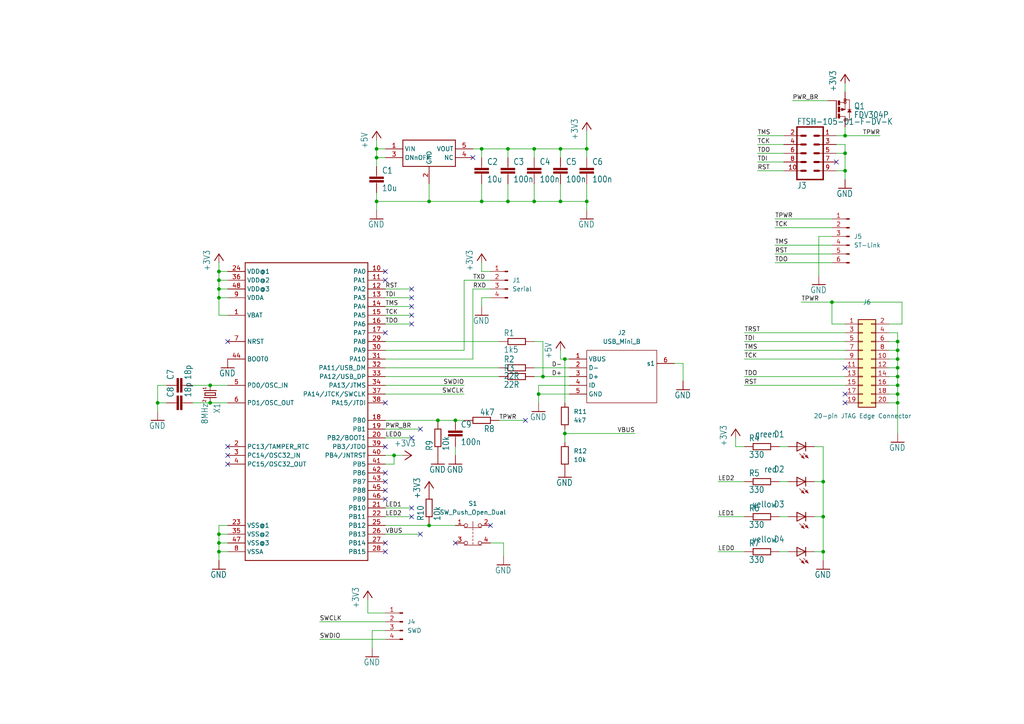
<source format=kicad_sch>
(kicad_sch (version 20211123) (generator eeschema)
  (paper "A4")
  (lib_symbols
    (symbol "BMP2:USB_Mini_B"
      (property "Reference" "J" (at 0 8.89 0))
      (property "Value" "USB_Mini_B" (at 0 -10.16 0))
      (symbol "USB_Mini_B_1_0"
        (pin unspecified line (at 15.24 5.08 180) (length 5.08) (name "VBUS") (number "1"))
        (pin unspecified line (at 15.24 2.54 180) (length 5.08) (name "D-") (number "2"))
        (pin unspecified line (at 15.24 0 180) (length 5.08) (name "D+") (number "3"))
        (pin unspecified line (at 15.24 -2.54 180) (length 5.08) (name "ID") (number "4"))
        (pin unspecified line (at 15.24 -5.08 180) (length 5.08) (name "GND") (number "5"))
        (pin unspecified line (at -15.24 3.81 0) (length 5.08) (name "s1") (number "6"))
      )
    )
    (symbol "Connector:Conn_01x04_Male" (pin_names (offset 1.016) hide)
      (property "Reference" "J" (at 0 5.08 0))
      (property "Value" "Conn_01x04_Male" (at 0 -7.62 0))
      (symbol "Conn_01x04_Male_1_1"
        (pin passive line (at 5.08 2.54 180) (length 3.81) (name "Pin_1") (number "1"))
        (pin passive line (at 5.08 0 180) (length 3.81) (name "Pin_2") (number "2"))
        (pin passive line (at 5.08 -2.54 180) (length 3.81) (name "Pin_3") (number "3"))
        (pin passive line (at 5.08 -5.08 180) (length 3.81) (name "Pin_4") (number "4"))
      )
    )
    (symbol "Connector:Conn_01x06_Male" (pin_names (offset 1.016) hide)
      (property "Reference" "J" (at 0 7.62 0))
      (property "Value" "Conn_01x06_Male" (at 0 -10.16 0))
      (symbol "Conn_01x06_Male_1_1"
        (pin passive line (at 5.08 5.08 180) (length 3.81) (name "Pin_1") (number "1"))
        (pin passive line (at 5.08 2.54 180) (length 3.81) (name "Pin_2") (number "2"))
        (pin passive line (at 5.08 0 180) (length 3.81) (name "Pin_3") (number "3"))
        (pin passive line (at 5.08 -2.54 180) (length 3.81) (name "Pin_4") (number "4"))
        (pin passive line (at 5.08 -5.08 180) (length 3.81) (name "Pin_5") (number "5"))
        (pin passive line (at 5.08 -7.62 180) (length 3.81) (name "Pin_6") (number "6"))
      )
    )
    (symbol "Connector_Generic:Conn_02x10_Odd_Even" (pin_names (offset 1.016) hide)
      (property "Reference" "J" (at 1.27 12.7 0))
      (property "Value" "Conn_02x10_Odd_Even" (at 1.27 -15.24 0))
      (symbol "Conn_02x10_Odd_Even_1_1"
        (pin passive line (at -5.08 10.16 0) (length 3.81) (name "Pin_1") (number "1"))
        (pin passive line (at 7.62 0 180) (length 3.81) (name "Pin_10") (number "10"))
        (pin passive line (at -5.08 -2.54 0) (length 3.81) (name "Pin_11") (number "11"))
        (pin passive line (at 7.62 -2.54 180) (length 3.81) (name "Pin_12") (number "12"))
        (pin passive line (at -5.08 -5.08 0) (length 3.81) (name "Pin_13") (number "13"))
        (pin passive line (at 7.62 -5.08 180) (length 3.81) (name "Pin_14") (number "14"))
        (pin passive line (at -5.08 -7.62 0) (length 3.81) (name "Pin_15") (number "15"))
        (pin passive line (at 7.62 -7.62 180) (length 3.81) (name "Pin_16") (number "16"))
        (pin passive line (at -5.08 -10.16 0) (length 3.81) (name "Pin_17") (number "17"))
        (pin passive line (at 7.62 -10.16 180) (length 3.81) (name "Pin_18") (number "18"))
        (pin passive line (at -5.08 -12.7 0) (length 3.81) (name "Pin_19") (number "19"))
        (pin passive line (at 7.62 10.16 180) (length 3.81) (name "Pin_2") (number "2"))
        (pin passive line (at 7.62 -12.7 180) (length 3.81) (name "Pin_20") (number "20"))
        (pin passive line (at -5.08 7.62 0) (length 3.81) (name "Pin_3") (number "3"))
        (pin passive line (at 7.62 7.62 180) (length 3.81) (name "Pin_4") (number "4"))
        (pin passive line (at -5.08 5.08 0) (length 3.81) (name "Pin_5") (number "5"))
        (pin passive line (at 7.62 5.08 180) (length 3.81) (name "Pin_6") (number "6"))
        (pin passive line (at -5.08 2.54 0) (length 3.81) (name "Pin_7") (number "7"))
        (pin passive line (at 7.62 2.54 180) (length 3.81) (name "Pin_8") (number "8"))
        (pin passive line (at -5.08 0 0) (length 3.81) (name "Pin_9") (number "9"))
      )
    )
    (symbol "Device:R" (pin_numbers hide) (pin_names (offset 0))
      (property "Reference" "R" (at 2.032 0 90))
      (property "Value" "R" (at 0 0 90))
      (symbol "R_1_1"
        (pin passive line (at 0 3.81 270) (length 1.27) (name "~") (number "1"))
        (pin passive line (at 0 -3.81 90) (length 1.27) (name "~") (number "2"))
      )
    )
    (symbol "LEDCHIPLED_0603_1"
      (property "Reference" "D1" (at 4.572 3.556 90))
      (property "Value" "LEDCHIPLED_0603_1" (at 4.572 5.715 90))
      (symbol "LEDCHIPLED_0603_1_1_0"
        (pin passive line (at 0 2.54 270) (length 2.54) (name "A") (number "1"))
        (pin passive line (at 0 -5.08 90) (length 2.54) (name "C") (number "2"))
      )
    )
    (symbol "LEDCHIPLED_0603_2"
      (property "Reference" "D2" (at 4.572 3.556 90))
      (property "Value" "LEDCHIPLED_0603_2" (at 4.572 5.715 90))
      (symbol "LEDCHIPLED_0603_2_1_0"
        (pin passive line (at 0 2.54 270) (length 2.54) (name "A") (number "1"))
        (pin passive line (at 0 -5.08 90) (length 2.54) (name "C") (number "2"))
      )
    )
    (symbol "LEDCHIPLED_0603_3"
      (property "Reference" "D3" (at 4.572 3.556 90))
      (property "Value" "LEDCHIPLED_0603_3" (at 4.572 5.715 90))
      (symbol "LEDCHIPLED_0603_3_1_0"
        (pin passive line (at 0 2.54 270) (length 2.54) (name "A") (number "1"))
        (pin passive line (at 0 -5.08 90) (length 2.54) (name "C") (number "2"))
      )
    )
    (symbol "Switch:SW_Push_Open_Dual" (pin_names (offset 1.016) hide)
      (property "Reference" "SW" (at 1.27 2.54 0))
      (property "Value" "SW_Push_Open_Dual" (at 0 -6.985 0))
      (symbol "SW_Push_Open_Dual_0_1"
        (pin passive line (at -5.08 0 0) (length 2.54) (name "1") (number "1"))
        (pin passive line (at 5.08 0 180) (length 2.54) (name "2") (number "2"))
        (pin passive line (at -5.08 -5.08 0) (length 2.54) (name "3") (number "3"))
        (pin passive line (at 5.08 -5.08 180) (length 2.54) (name "4") (number "4"))
      )
    )
    (symbol "bmp_entropia-eagle-import:+3V3" (power)
      (property "Value" "+3V3" (at -2.54 -5.08 90))
      (symbol "+3V3_1_0"
        (pin power_in line (at 0 -2.54 90) (length 2.54) (name "+3V3") (number "1"))
      )
    )
    (symbol "bmp_entropia-eagle-import:+5V" (power)
      (property "Value" "+5V" (at -2.54 -5.08 90))
      (symbol "+5V_1_0"
        (pin power_in line (at 0 -2.54 90) (length 2.54) (name "+5V") (number "1"))
      )
    )
    (symbol "bmp_entropia-eagle-import:BSS84"
      (property "Reference" "Q" (at 2.54 0 0))
      (property "Value" "BSS84" (at 2.54 -2.54 0))
      (symbol "BSS84_1_0"
        (pin passive line (at -5.08 2.54 0) (length 2.54) (name "G") (number "1"))
        (pin passive line (at 0 5.08 270) (length 2.54) (name "S") (number "2"))
        (pin passive line (at 0 -5.08 90) (length 2.54) (name "D") (number "3"))
      )
    )
    (symbol "bmp_entropia-eagle-import:C-EUC0603"
      (property "Reference" "C" (at 1.524 0.381 0))
      (property "Value" "C-EUC0603" (at 1.524 -4.699 0))
      (symbol "C-EUC0603_1_0"
        (pin passive line (at 0 2.54 270) (length 2.54) (name "1") (number "1"))
        (pin passive line (at 0 -5.08 90) (length 2.54) (name "2") (number "2"))
      )
    )
    (symbol "bmp_entropia-eagle-import:CRYSTALHC49S"
      (property "Reference" "Q" (at 2.54 1.016 0))
      (property "Value" "CRYSTALHC49S" (at 2.54 -2.54 0))
      (symbol "CRYSTALHC49S_1_0"
        (text "1" (at -2.159 -1.143 0) (effects (font (size 0.8636 0.734)) (justify left bottom)))
        (text "2" (at 1.524 -1.143 0) (effects (font (size 0.8636 0.734)) (justify left bottom)))
        (pin passive line (at -2.54 0 0) (length 0) (name "1") (number "1"))
        (pin passive line (at 2.54 0 180) (length 0) (name "2") (number "2"))
      )
    )
    (symbol "bmp_entropia-eagle-import:GND" (power)
      (property "Value" "GND" (at -2.54 -2.54 0))
      (symbol "GND_1_0"
        (pin power_in line (at 0 2.54 270) (length 2.54) (name "GND") (number "1"))
      )
    )
    (symbol "bmp_entropia-eagle-import:LEDCHIPLED_0603"
      (property "Reference" "D4" (at 4.572 3.556 90))
      (property "Value" "yellow" (at 4.572 5.715 90))
      (symbol "LEDCHIPLED_0603_1_0"
        (pin passive line (at 0 2.54 270) (length 2.54) (name "A") (number "1"))
        (pin passive line (at 0 -5.08 90) (length 2.54) (name "C") (number "2"))
      )
    )
    (symbol "bmp_entropia-eagle-import:MA05-2"
      (property "Reference" "SV" (at -3.81 8.382 0))
      (property "Value" "MA05-2" (at -3.81 -10.16 0))
      (symbol "MA05-2_1_0"
        (pin passive line (at 7.62 -5.08 180) (length 5.08) (name "1") (number "1"))
        (pin passive line (at -7.62 5.08 0) (length 5.08) (name "10") (number "10"))
        (pin passive line (at -7.62 -5.08 0) (length 5.08) (name "2") (number "2"))
        (pin passive line (at 7.62 -2.54 180) (length 5.08) (name "3") (number "3"))
        (pin passive line (at -7.62 -2.54 0) (length 5.08) (name "4") (number "4"))
        (pin passive line (at 7.62 0 180) (length 5.08) (name "5") (number "5"))
        (pin passive line (at -7.62 0 0) (length 5.08) (name "6") (number "6"))
        (pin passive line (at 7.62 2.54 180) (length 5.08) (name "7") (number "7"))
        (pin passive line (at -7.62 2.54 0) (length 5.08) (name "8") (number "8"))
        (pin passive line (at 7.62 5.08 180) (length 5.08) (name "9") (number "9"))
      )
    )
    (symbol "bmp_entropia-eagle-import:R-EU_R0603"
      (property "Reference" "R" (at -3.81 1.4986 0))
      (property "Value" "R-EU_R0603" (at -3.81 -3.302 0))
      (symbol "R-EU_R0603_1_0"
        (pin passive line (at -5.08 0 0) (length 2.54) (name "1") (number "1"))
        (pin passive line (at 5.08 0 180) (length 2.54) (name "2") (number "2"))
      )
    )
    (symbol "bmp_entropia-eagle-import:STM32F_48PIN"
      (symbol "STM32F_48PIN_1_0"
        (pin bidirectional line (at -5.08 71.12 0) (length 5.08) (name "VBAT") (number "1"))
        (pin bidirectional line (at 40.64 83.82 180) (length 5.08) (name "PA0") (number "10"))
        (pin bidirectional line (at 40.64 81.28 180) (length 5.08) (name "PA1") (number "11"))
        (pin bidirectional line (at 40.64 78.74 180) (length 5.08) (name "PA2") (number "12"))
        (pin bidirectional line (at 40.64 76.2 180) (length 5.08) (name "PA3") (number "13"))
        (pin bidirectional line (at 40.64 73.66 180) (length 5.08) (name "PA4") (number "14"))
        (pin bidirectional line (at 40.64 71.12 180) (length 5.08) (name "PA5") (number "15"))
        (pin bidirectional line (at 40.64 68.58 180) (length 5.08) (name "PA6") (number "16"))
        (pin bidirectional line (at 40.64 66.04 180) (length 5.08) (name "PA7") (number "17"))
        (pin bidirectional line (at 40.64 40.64 180) (length 5.08) (name "PB0") (number "18"))
        (pin bidirectional line (at 40.64 38.1 180) (length 5.08) (name "PB1") (number "19"))
        (pin bidirectional line (at -5.08 33.02 0) (length 5.08) (name "PC13/TAMPER_RTC") (number "2"))
        (pin bidirectional line (at 40.64 35.56 180) (length 5.08) (name "PB2/BOOT1") (number "20"))
        (pin bidirectional line (at 40.64 15.24 180) (length 5.08) (name "PB10") (number "21"))
        (pin bidirectional line (at 40.64 12.7 180) (length 5.08) (name "PB11") (number "22"))
        (pin bidirectional line (at -5.08 10.16 0) (length 5.08) (name "VSS@1") (number "23"))
        (pin bidirectional line (at -5.08 83.82 0) (length 5.08) (name "VDD@1") (number "24"))
        (pin bidirectional line (at 40.64 10.16 180) (length 5.08) (name "PB12") (number "25"))
        (pin bidirectional line (at 40.64 7.62 180) (length 5.08) (name "PB13") (number "26"))
        (pin bidirectional line (at 40.64 5.08 180) (length 5.08) (name "PB14") (number "27"))
        (pin bidirectional line (at 40.64 2.54 180) (length 5.08) (name "PB15") (number "28"))
        (pin bidirectional line (at 40.64 63.5 180) (length 5.08) (name "PA8") (number "29"))
        (pin bidirectional line (at -5.08 30.48 0) (length 5.08) (name "PC14/OSC32_IN") (number "3"))
        (pin bidirectional line (at 40.64 60.96 180) (length 5.08) (name "PA9") (number "30"))
        (pin bidirectional line (at 40.64 58.42 180) (length 5.08) (name "PA10") (number "31"))
        (pin bidirectional line (at 40.64 55.88 180) (length 5.08) (name "PA11/USB_DM") (number "32"))
        (pin bidirectional line (at 40.64 53.34 180) (length 5.08) (name "PA12/USB_DP") (number "33"))
        (pin bidirectional line (at 40.64 50.8 180) (length 5.08) (name "PA13/JTMS") (number "34"))
        (pin bidirectional line (at -5.08 7.62 0) (length 5.08) (name "VSS@2") (number "35"))
        (pin bidirectional line (at -5.08 81.28 0) (length 5.08) (name "VDD@2") (number "36"))
        (pin bidirectional line (at 40.64 48.26 180) (length 5.08) (name "PA14/JTCK/SWCLK") (number "37"))
        (pin bidirectional line (at 40.64 45.72 180) (length 5.08) (name "PA15/JTDI") (number "38"))
        (pin bidirectional line (at 40.64 33.02 180) (length 5.08) (name "PB3/JTDO") (number "39"))
        (pin bidirectional line (at -5.08 27.94 0) (length 5.08) (name "PC15/OSC32_OUT") (number "4"))
        (pin bidirectional line (at 40.64 30.48 180) (length 5.08) (name "PB4/JNTRST") (number "40"))
        (pin bidirectional line (at 40.64 27.94 180) (length 5.08) (name "PB5") (number "41"))
        (pin bidirectional line (at 40.64 25.4 180) (length 5.08) (name "PB6") (number "42"))
        (pin bidirectional line (at 40.64 22.86 180) (length 5.08) (name "PB7") (number "43"))
        (pin bidirectional line (at -5.08 58.42 0) (length 5.08) (name "BOOT0") (number "44"))
        (pin bidirectional line (at 40.64 20.32 180) (length 5.08) (name "PB8") (number "45"))
        (pin bidirectional line (at 40.64 17.78 180) (length 5.08) (name "PB9") (number "46"))
        (pin bidirectional line (at -5.08 5.08 0) (length 5.08) (name "VSS@3") (number "47"))
        (pin bidirectional line (at -5.08 78.74 0) (length 5.08) (name "VDD@3") (number "48"))
        (pin bidirectional line (at -5.08 50.8 0) (length 5.08) (name "PD0/OSC_IN") (number "5"))
        (pin bidirectional line (at -5.08 45.72 0) (length 5.08) (name "PD1/OSC_OUT") (number "6"))
        (pin bidirectional line (at -5.08 63.5 0) (length 5.08) (name "NRST") (number "7"))
        (pin bidirectional line (at -5.08 2.54 0) (length 5.08) (name "VSSA") (number "8"))
        (pin bidirectional line (at -5.08 76.2 0) (length 5.08) (name "VDDA") (number "9"))
      )
    )
    (symbol "bmp_entropia-eagle-import:TLV700DCK"
      (symbol "TLV700DCK_1_0"
        (pin bidirectional line (at -5.08 5.08 0) (length 5.08) (name "VIN") (number "1"))
        (pin bidirectional line (at 7.62 -5.08 90) (length 5.08) (name "GND") (number "2"))
        (pin bidirectional line (at -5.08 2.54 0) (length 5.08) (name "ONnOFF") (number "3"))
        (pin unspecified line (at 20.32 2.54 180) (length 5.08) (name "NC") (number "4"))
        (pin bidirectional line (at 20.32 5.08 180) (length 5.08) (name "VOUT") (number "5"))
      )
    )
  )
  (junction (at 238.76 160.02))
  (junction (at 139.7 43.18))
  (junction (at 163.83 104.14))
  (junction (at 63.5 157.48))
  (junction (at 260.35 104.14))
  (junction (at 170.18 58.42))
  (junction (at 260.35 111.76))
  (junction (at 260.35 101.6))
  (junction (at 238.76 139.7))
  (junction (at 162.56 43.18))
  (junction (at 127 121.92))
  (junction (at 156.21 114.3))
  (junction (at 260.35 114.3))
  (junction (at 139.7 58.42))
  (junction (at 162.56 58.42))
  (junction (at 45.72 116.84))
  (junction (at 132.08 121.92))
  (junction (at 109.22 58.42))
  (junction (at 260.35 116.84))
  (junction (at 154.94 58.42))
  (junction (at 63.5 83.82))
  (junction (at 114.3 132.08))
  (junction (at 63.5 81.28))
  (junction (at 124.46 152.4))
  (junction (at 245.11 49.53))
  (junction (at 260.35 99.06))
  (junction (at 245.11 39.37))
  (junction (at 124.46 58.42))
  (junction (at 260.35 106.68))
  (junction (at 170.18 43.18))
  (junction (at 63.5 160.02))
  (junction (at 260.35 109.22))
  (junction (at 63.5 154.94))
  (junction (at 109.22 45.72))
  (junction (at 60.96 111.76))
  (junction (at 245.11 44.45))
  (junction (at 157.48 109.22))
  (junction (at 241.3 87.63))
  (junction (at 147.32 43.18))
  (junction (at 154.94 43.18))
  (junction (at 163.83 125.73))
  (junction (at 147.32 58.42))
  (junction (at 63.5 86.36))
  (junction (at 60.96 116.84))
  (junction (at 109.22 43.18))
  (junction (at 238.76 149.86))
  (junction (at 63.5 78.74))
  (no_connect (at 111.76 129.54))
  (no_connect (at 111.76 137.16))
  (no_connect (at 111.76 144.78))
  (no_connect (at 111.76 142.24))
  (no_connect (at 111.76 139.7))
  (no_connect (at 66.04 129.54))
  (no_connect (at 66.04 132.08))
  (no_connect (at 66.04 134.62))
  (no_connect (at 119.38 147.32))
  (no_connect (at 119.38 149.86))
  (no_connect (at 111.76 116.84))
  (no_connect (at 142.24 152.4))
  (no_connect (at 132.08 157.48))
  (no_connect (at 242.57 46.99))
  (no_connect (at 111.76 78.74))
  (no_connect (at 111.76 81.28))
  (no_connect (at 111.76 96.52))
  (no_connect (at 245.11 106.68))
  (no_connect (at 245.11 114.3))
  (no_connect (at 245.11 116.84))
  (no_connect (at 137.16 45.72))
  (no_connect (at 119.38 83.82))
  (no_connect (at 119.38 86.36))
  (no_connect (at 119.38 88.9))
  (no_connect (at 119.38 91.44))
  (no_connect (at 119.38 93.98))
  (no_connect (at 119.38 127))
  (no_connect (at 121.92 124.46))
  (no_connect (at 66.04 99.06))
  (no_connect (at 121.92 154.94))
  (no_connect (at 111.76 160.02))
  (no_connect (at 111.76 157.48))
  (no_connect (at 152.4 121.92))
  (wire (pts (xy 226.06 139.7) (xy 228.6 139.7)))
  (wire (pts (xy 236.22 129.54) (xy 238.76 129.54)))
  (wire (pts (xy 236.22 160.02) (xy 238.76 160.02)))
  (wire (pts (xy 127 121.92) (xy 132.08 121.92)))
  (wire (pts (xy 106.68 173.99) (xy 106.68 177.8)))
  (wire (pts (xy 111.76 109.22) (xy 144.78 109.22)))
  (wire (pts (xy 147.32 45.72) (xy 147.32 43.18)))
  (wire (pts (xy 109.22 40.64) (xy 109.22 43.18)))
  (wire (pts (xy 163.83 124.46) (xy 163.83 125.73)))
  (wire (pts (xy 45.72 111.76) (xy 45.72 116.84)))
  (wire (pts (xy 224.79 76.2) (xy 241.3 76.2)))
  (wire (pts (xy 257.81 104.14) (xy 260.35 104.14)))
  (wire (pts (xy 257.81 106.68) (xy 260.35 106.68)))
  (wire (pts (xy 114.3 132.08) (xy 116.84 132.08)))
  (wire (pts (xy 142.24 81.28) (xy 134.62 81.28)))
  (wire (pts (xy 260.35 114.3) (xy 260.35 116.84)))
  (wire (pts (xy 213.36 129.54) (xy 213.36 127)))
  (wire (pts (xy 241.3 87.63) (xy 241.3 93.98)))
  (wire (pts (xy 227.33 39.37) (xy 219.71 39.37)))
  (wire (pts (xy 241.3 87.63) (xy 261.62 87.63)))
  (wire (pts (xy 111.76 83.82) (xy 119.38 83.82)))
  (wire (pts (xy 139.7 53.34) (xy 139.7 58.42)))
  (wire (pts (xy 257.81 114.3) (xy 260.35 114.3)))
  (wire (pts (xy 142.24 86.36) (xy 139.7 86.36)))
  (wire (pts (xy 134.62 101.6) (xy 134.62 81.28)))
  (wire (pts (xy 238.76 160.02) (xy 238.76 162.56)))
  (wire (pts (xy 215.9 99.06) (xy 245.11 99.06)))
  (wire (pts (xy 66.04 157.48) (xy 63.5 157.48)))
  (wire (pts (xy 215.9 139.7) (xy 208.28 139.7)))
  (wire (pts (xy 163.83 104.14) (xy 162.56 104.14)))
  (wire (pts (xy 163.83 125.73) (xy 163.83 128.27)))
  (wire (pts (xy 257.81 116.84) (xy 260.35 116.84)))
  (wire (pts (xy 109.22 45.72) (xy 111.76 45.72)))
  (wire (pts (xy 163.83 104.14) (xy 163.83 116.84)))
  (wire (pts (xy 111.76 93.98) (xy 119.38 93.98)))
  (wire (pts (xy 111.76 104.14) (xy 137.16 104.14)))
  (wire (pts (xy 154.94 106.68) (xy 165.1 106.68)))
  (wire (pts (xy 156.21 111.76) (xy 156.21 114.3)))
  (wire (pts (xy 242.57 44.45) (xy 245.11 44.45)))
  (wire (pts (xy 242.57 39.37) (xy 245.11 39.37)))
  (wire (pts (xy 245.11 24.13) (xy 245.11 26.67)))
  (wire (pts (xy 257.81 99.06) (xy 260.35 99.06)))
  (wire (pts (xy 66.04 78.74) (xy 63.5 78.74)))
  (wire (pts (xy 92.71 185.42) (xy 111.76 185.42)))
  (wire (pts (xy 154.94 99.06) (xy 157.48 99.06)))
  (wire (pts (xy 170.18 60.96) (xy 170.18 58.42)))
  (wire (pts (xy 111.76 177.8) (xy 106.68 177.8)))
  (wire (pts (xy 63.5 83.82) (xy 63.5 81.28)))
  (wire (pts (xy 232.41 87.63) (xy 241.3 87.63)))
  (wire (pts (xy 241.3 68.58) (xy 237.49 68.58)))
  (wire (pts (xy 146.05 157.48) (xy 146.05 161.29)))
  (wire (pts (xy 245.11 39.37) (xy 245.11 36.83)))
  (wire (pts (xy 260.35 111.76) (xy 260.35 114.3)))
  (wire (pts (xy 238.76 139.7) (xy 238.76 149.86)))
  (wire (pts (xy 257.81 109.22) (xy 260.35 109.22)))
  (wire (pts (xy 245.11 93.98) (xy 241.3 93.98)))
  (wire (pts (xy 226.06 149.86) (xy 228.6 149.86)))
  (wire (pts (xy 238.76 149.86) (xy 238.76 160.02)))
  (wire (pts (xy 157.48 109.22) (xy 165.1 109.22)))
  (wire (pts (xy 245.11 41.91) (xy 245.11 44.45)))
  (wire (pts (xy 109.22 60.96) (xy 109.22 58.42)))
  (wire (pts (xy 144.78 121.92) (xy 152.4 121.92)))
  (wire (pts (xy 215.9 96.52) (xy 245.11 96.52)))
  (wire (pts (xy 154.94 58.42) (xy 154.94 53.34)))
  (wire (pts (xy 257.81 101.6) (xy 260.35 101.6)))
  (wire (pts (xy 154.94 109.22) (xy 157.48 109.22)))
  (wire (pts (xy 261.62 93.98) (xy 261.62 87.63)))
  (wire (pts (xy 66.04 86.36) (xy 63.5 86.36)))
  (wire (pts (xy 109.22 43.18) (xy 109.22 45.72)))
  (wire (pts (xy 109.22 58.42) (xy 109.22 55.88)))
  (wire (pts (xy 215.9 111.76) (xy 245.11 111.76)))
  (wire (pts (xy 163.83 125.73) (xy 184.15 125.73)))
  (wire (pts (xy 144.78 99.06) (xy 111.76 99.06)))
  (wire (pts (xy 60.96 116.84) (xy 66.04 116.84)))
  (wire (pts (xy 111.76 106.68) (xy 144.78 106.68)))
  (wire (pts (xy 63.5 152.4) (xy 63.5 154.94)))
  (wire (pts (xy 156.21 114.3) (xy 165.1 114.3)))
  (wire (pts (xy 215.9 101.6) (xy 245.11 101.6)))
  (wire (pts (xy 257.81 93.98) (xy 261.62 93.98)))
  (wire (pts (xy 63.5 160.02) (xy 63.5 162.56)))
  (wire (pts (xy 165.1 104.14) (xy 163.83 104.14)))
  (wire (pts (xy 111.76 101.6) (xy 134.62 101.6)))
  (wire (pts (xy 66.04 154.94) (xy 63.5 154.94)))
  (wire (pts (xy 226.06 129.54) (xy 228.6 129.54)))
  (wire (pts (xy 111.76 149.86) (xy 119.38 149.86)))
  (wire (pts (xy 66.04 83.82) (xy 63.5 83.82)))
  (wire (pts (xy 139.7 78.74) (xy 139.7 76.2)))
  (wire (pts (xy 142.24 78.74) (xy 139.7 78.74)))
  (wire (pts (xy 147.32 58.42) (xy 147.32 53.34)))
  (wire (pts (xy 162.56 45.72) (xy 162.56 43.18)))
  (wire (pts (xy 245.11 44.45) (xy 245.11 49.53)))
  (wire (pts (xy 66.04 81.28) (xy 63.5 81.28)))
  (wire (pts (xy 111.76 111.76) (xy 134.62 111.76)))
  (wire (pts (xy 260.35 106.68) (xy 260.35 109.22)))
  (wire (pts (xy 63.5 78.74) (xy 63.5 76.2)))
  (wire (pts (xy 60.96 116.84) (xy 55.88 116.84)))
  (wire (pts (xy 154.94 43.18) (xy 162.56 43.18)))
  (wire (pts (xy 137.16 43.18) (xy 139.7 43.18)))
  (wire (pts (xy 227.33 46.99) (xy 219.71 46.99)))
  (wire (pts (xy 224.79 63.5) (xy 241.3 63.5)))
  (wire (pts (xy 142.24 157.48) (xy 146.05 157.48)))
  (wire (pts (xy 45.72 116.84) (xy 45.72 119.38)))
  (wire (pts (xy 257.81 96.52) (xy 260.35 96.52)))
  (wire (pts (xy 63.5 154.94) (xy 63.5 157.48)))
  (wire (pts (xy 257.81 111.76) (xy 260.35 111.76)))
  (wire (pts (xy 63.5 157.48) (xy 63.5 160.02)))
  (wire (pts (xy 132.08 132.08) (xy 132.08 129.54)))
  (wire (pts (xy 48.26 116.84) (xy 45.72 116.84)))
  (wire (pts (xy 109.22 45.72) (xy 109.22 48.26)))
  (wire (pts (xy 139.7 45.72) (xy 139.7 43.18)))
  (wire (pts (xy 227.33 41.91) (xy 219.71 41.91)))
  (wire (pts (xy 162.56 58.42) (xy 162.56 53.34)))
  (wire (pts (xy 237.49 68.58) (xy 237.49 80.01)))
  (wire (pts (xy 114.3 132.08) (xy 114.3 134.62)))
  (wire (pts (xy 111.76 154.94) (xy 121.92 154.94)))
  (wire (pts (xy 124.46 152.4) (xy 132.08 152.4)))
  (wire (pts (xy 162.56 104.14) (xy 162.56 101.6)))
  (wire (pts (xy 224.79 66.04) (xy 241.3 66.04)))
  (wire (pts (xy 111.76 124.46) (xy 121.92 124.46)))
  (wire (pts (xy 227.33 44.45) (xy 219.71 44.45)))
  (wire (pts (xy 114.3 134.62) (xy 111.76 134.62)))
  (wire (pts (xy 139.7 43.18) (xy 147.32 43.18)))
  (wire (pts (xy 215.9 109.22) (xy 245.11 109.22)))
  (wire (pts (xy 260.35 101.6) (xy 260.35 104.14)))
  (wire (pts (xy 260.35 104.14) (xy 260.35 106.68)))
  (wire (pts (xy 238.76 129.54) (xy 238.76 139.7)))
  (wire (pts (xy 147.32 58.42) (xy 154.94 58.42)))
  (wire (pts (xy 154.94 58.42) (xy 162.56 58.42)))
  (wire (pts (xy 111.76 182.88) (xy 107.95 182.88)))
  (wire (pts (xy 245.11 52.07) (xy 245.11 49.53)))
  (wire (pts (xy 137.16 83.82) (xy 142.24 83.82)))
  (wire (pts (xy 260.35 96.52) (xy 260.35 99.06)))
  (wire (pts (xy 227.33 49.53) (xy 219.71 49.53)))
  (wire (pts (xy 132.08 121.92) (xy 134.62 121.92)))
  (wire (pts (xy 170.18 45.72) (xy 170.18 43.18)))
  (wire (pts (xy 139.7 86.36) (xy 139.7 88.9)))
  (wire (pts (xy 139.7 58.42) (xy 147.32 58.42)))
  (wire (pts (xy 147.32 43.18) (xy 154.94 43.18)))
  (wire (pts (xy 236.22 149.86) (xy 238.76 149.86)))
  (wire (pts (xy 111.76 114.3) (xy 134.62 114.3)))
  (wire (pts (xy 48.26 111.76) (xy 45.72 111.76)))
  (wire (pts (xy 124.46 53.34) (xy 124.46 58.42)))
  (wire (pts (xy 215.9 129.54) (xy 213.36 129.54)))
  (wire (pts (xy 111.76 43.18) (xy 109.22 43.18)))
  (wire (pts (xy 60.96 111.76) (xy 66.04 111.76)))
  (wire (pts (xy 111.76 147.32) (xy 119.38 147.32)))
  (wire (pts (xy 195.58 105.41) (xy 198.12 105.41)))
  (wire (pts (xy 92.71 180.34) (xy 111.76 180.34)))
  (wire (pts (xy 170.18 43.18) (xy 170.18 38.1)))
  (wire (pts (xy 107.95 182.88) (xy 107.95 187.96)))
  (wire (pts (xy 224.79 71.12) (xy 241.3 71.12)))
  (wire (pts (xy 154.94 45.72) (xy 154.94 43.18)))
  (wire (pts (xy 111.76 121.92) (xy 127 121.92)))
  (wire (pts (xy 215.9 104.14) (xy 245.11 104.14)))
  (wire (pts (xy 215.9 149.86) (xy 208.28 149.86)))
  (wire (pts (xy 111.76 152.4) (xy 124.46 152.4)))
  (wire (pts (xy 63.5 81.28) (xy 63.5 78.74)))
  (wire (pts (xy 156.21 111.76) (xy 165.1 111.76)))
  (wire (pts (xy 162.56 58.42) (xy 170.18 58.42)))
  (wire (pts (xy 198.12 105.41) (xy 198.12 110.49)))
  (wire (pts (xy 242.57 41.91) (xy 245.11 41.91)))
  (wire (pts (xy 63.5 86.36) (xy 63.5 83.82)))
  (wire (pts (xy 224.79 73.66) (xy 241.3 73.66)))
  (wire (pts (xy 170.18 58.42) (xy 170.18 53.34)))
  (wire (pts (xy 215.9 160.02) (xy 208.28 160.02)))
  (wire (pts (xy 162.56 43.18) (xy 170.18 43.18)))
  (wire (pts (xy 111.76 91.44) (xy 119.38 91.44)))
  (wire (pts (xy 260.35 116.84) (xy 260.35 125.73)))
  (wire (pts (xy 242.57 49.53) (xy 245.11 49.53)))
  (wire (pts (xy 137.16 104.14) (xy 137.16 83.82)))
  (wire (pts (xy 226.06 160.02) (xy 228.6 160.02)))
  (wire (pts (xy 124.46 58.42) (xy 139.7 58.42)))
  (wire (pts (xy 111.76 132.08) (xy 114.3 132.08)))
  (wire (pts (xy 60.96 111.76) (xy 55.88 111.76)))
  (wire (pts (xy 124.46 58.42) (xy 109.22 58.42)))
  (wire (pts (xy 111.76 127) (xy 119.38 127)))
  (wire (pts (xy 66.04 152.4) (xy 63.5 152.4)))
  (wire (pts (xy 245.11 39.37) (xy 255.27 39.37)))
  (wire (pts (xy 236.22 139.7) (xy 238.76 139.7)))
  (wire (pts (xy 260.35 99.06) (xy 260.35 101.6)))
  (wire (pts (xy 63.5 91.44) (xy 63.5 86.36)))
  (wire (pts (xy 66.04 160.02) (xy 63.5 160.02)))
  (wire (pts (xy 260.35 109.22) (xy 260.35 111.76)))
  (wire (pts (xy 157.48 99.06) (xy 157.48 109.22)))
  (wire (pts (xy 111.76 86.36) (xy 119.38 86.36)))
  (wire (pts (xy 111.76 88.9) (xy 119.38 88.9)))
  (wire (pts (xy 156.21 114.3) (xy 156.21 116.84)))
  (wire (pts (xy 66.04 91.44) (xy 63.5 91.44)))
  (wire (pts (xy 240.03 29.21) (xy 229.87 29.21)))
  (label "TDI" (at 215.9 99.06 0))
  (label "TDO" (at 215.9 109.22 0))
  (label "LED0" (at 111.76 127 0) (effects (font (size 1.2446 1.2446))))
  (label "TCK" (at 215.9 104.14 0))
  (label "RST" (at 215.9 111.76 0))
  (label "LED0" (at 208.28 160.02 0) (effects (font (size 1.2446 1.2446))))
  (label "SWCLK" (at 92.71 180.34 0))
  (label "TDO" (at 224.79 76.2 0))
  (label "PWR_BR" (at 229.87 29.21 0) (effects (font (size 1.2446 1.2446))))
  (label "D-" (at 160.02 106.68 0) (effects (font (size 1.2446 1.2446))))
  (label "TMS" (at 224.79 71.12 0))
  (label "LED1" (at 208.28 149.86 0) (effects (font (size 1.2446 1.2446))))
  (label "TDI" (at 111.76 86.36 0) (effects (font (size 1.2446 1.2446))))
  (label "SWDIO" (at 92.71 185.42 0))
  (label "TPWR" (at 224.79 63.5 0))
  (label "LED2" (at 208.28 139.7 0) (effects (font (size 1.2446 1.2446))))
  (label "TPWR" (at 144.78 121.92 0) (effects (font (size 1.2446 1.2446))))
  (label "TPWR" (at 232.41 87.63 0))
  (label "TPWR" (at 255.27 39.37 180) (effects (font (size 1.2446 1.2446))))
  (label "TMS" (at 219.71 39.37 0) (effects (font (size 1.2446 1.2446))))
  (label "VBUS" (at 111.76 154.94 0) (effects (font (size 1.2446 1.2446))))
  (label "SWCLK" (at 134.62 114.3 180))
  (label "RST" (at 219.71 49.53 0) (effects (font (size 1.2446 1.2446))))
  (label "TCK" (at 224.79 66.04 0))
  (label "RXD" (at 137.16 83.82 0) (effects (font (size 1.2446 1.2446))))
  (label "TMS" (at 215.9 101.6 0))
  (label "SWDIO" (at 134.62 111.76 180))
  (label "RST" (at 111.76 83.82 0) (effects (font (size 1.2446 1.2446))))
  (label "PWR_BR" (at 111.76 124.46 0) (effects (font (size 1.2446 1.2446))))
  (label "RST" (at 224.79 73.66 0))
  (label "VBUS" (at 184.15 125.73 180))
  (label "TDO" (at 219.71 44.45 0) (effects (font (size 1.2446 1.2446))))
  (label "TDO" (at 111.76 93.98 0) (effects (font (size 1.2446 1.2446))))
  (label "LED2" (at 111.76 149.86 0) (effects (font (size 1.2446 1.2446))))
  (label "TCK" (at 111.76 91.44 0) (effects (font (size 1.2446 1.2446))))
  (label "TDI" (at 219.71 46.99 0) (effects (font (size 1.2446 1.2446))))
  (label "TRST" (at 215.9 96.52 0))
  (label "D+" (at 160.02 109.22 0) (effects (font (size 1.2446 1.2446))))
  (label "TCK" (at 219.71 41.91 0) (effects (font (size 1.2446 1.2446))))
  (label "TMS" (at 111.76 88.9 0) (effects (font (size 1.2446 1.2446))))
  (label "LED1" (at 111.76 147.32 0) (effects (font (size 1.2446 1.2446))))
  (label "TXD" (at 137.16 81.28 0) (effects (font (size 1.2446 1.2446))))
  (symbol (lib_id "Device:R") (at 163.83 132.08 0) (unit 1)
    (property "Reference" "R12" (at 166.37 130.8099 0) (effects (justify left)))
    (property "Value" "10k" (at 166.37 133.3499 0) (effects (justify left)))
    (property "Footprint" "Resistor_SMD:R_0603_1608Metric" (effects hide))
    (property "LCSC Number Part" "C25804" (effects hide))
  )
  (symbol (lib_id "bmp_entropia-eagle-import:GND") (at 238.76 165.1 0) (unit 1)
    (property "Reference" "#GND05" (effects hide))
    (property "Value" "GND" (at 236.22 167.64 0) (effects (font (size 1.778 1.5113)) (justify left bottom)))
    (property "Footprint" "bmp_entropia:" (effects hide))
  )
  (symbol (lib_name "LEDCHIPLED_0603_3") (lib_id "bmp_entropia-eagle-import:LEDCHIPLED_0603") (at 231.14 149.86 90) (unit 1)
    (property "Reference" "D3" (at 227.584 145.288 90) (effects (font (size 1.778 1.5113)) (justify left bottom)))
    (property "Value" "yellow" (at 225.425 145.288 90) (effects (font (size 1.778 1.5113)) (justify left bottom)))
    (property "Footprint" "LED_SMD:LED_0805_2012Metric" (effects hide))
    (property "LCSC Number Part" "C434436" (effects hide))
  )
  (symbol (lib_id "bmp_entropia-eagle-import:R-EU_R0603") (at 220.98 129.54 0) (unit 1)
    (property "Reference" "R4" (at 217.17 128.0414 0) (effects (font (size 1.778 1.5113)) (justify left bottom)))
    (property "Value" "330" (at 217.17 132.842 0) (effects (font (size 1.778 1.5113)) (justify left bottom)))
    (property "Footprint" "Resistor_SMD:R_0603_1608Metric" (effects hide))
    (property "LCSC Number Part" "C23138" (effects hide))
  )
  (symbol (lib_id "bmp_entropia-eagle-import:C-EUC0603") (at 50.8 111.76 90) (unit 1)
    (property "Reference" "C7" (at 50.419 110.236 0) (effects (font (size 1.778 1.5113)) (justify left bottom)))
    (property "Value" "18p" (at 55.499 110.236 0) (effects (font (size 1.778 1.5113)) (justify left bottom)))
    (property "Footprint" "Capacitor_SMD:C_0603_1608Metric" (effects hide))
    (property "LCSC Number Part" "C1647" (effects hide))
  )
  (symbol (lib_id "bmp_entropia-eagle-import:+3V3") (at 124.46 139.7 0) (unit 1)
    (property "Reference" "#+3V05" (effects hide))
    (property "Value" "+3V3" (at 121.92 144.78 90) (effects (font (size 1.778 1.5113)) (justify left bottom)))
    (property "Footprint" "bmp_entropia:" (effects hide))
  )
  (symbol (lib_id "bmp_entropia-eagle-import:GND") (at 139.7 91.44 0) (unit 1)
    (property "Reference" "#GND06" (effects hide))
    (property "Value" "GND" (at 137.16 93.98 0) (effects (font (size 1.778 1.5113)) (justify left bottom)))
    (property "Footprint" "bmp_entropia:" (effects hide))
  )
  (symbol (lib_id "BMP2:USB_Mini_B") (at 180.34 109.22 0) (mirror y) (unit 1)
    (property "Reference" "J2" (at 180.34 96.52 0))
    (property "Value" "USB_Mini_B" (at 180.34 99.06 0))
    (property "Footprint" "EOS:U-M-M5SS-W-2" (effects hide))
    (property "LCSC Number Part" "C91144" (effects hide))
  )
  (symbol (lib_id "bmp_entropia-eagle-import:GND") (at 63.5 165.1 0) (unit 1)
    (property "Reference" "#GND01" (effects hide))
    (property "Value" "GND" (at 60.96 167.64 0) (effects (font (size 1.778 1.5113)) (justify left bottom)))
    (property "Footprint" "bmp_entropia:" (effects hide))
  )
  (symbol (lib_id "bmp_entropia-eagle-import:+3V3") (at 106.68 171.45 0) (unit 1)
    (property "Reference" "#+3V0101" (effects hide))
    (property "Value" "+3V3" (at 104.14 176.53 90) (effects (font (size 1.778 1.5113)) (justify left bottom)))
    (property "Footprint" "bmp_entropia:" (effects hide))
  )
  (symbol (lib_id "bmp_entropia-eagle-import:+3V3") (at 170.18 35.56 0) (unit 1)
    (property "Reference" "#+3V010" (effects hide))
    (property "Value" "+3V3" (at 167.64 40.64 90) (effects (font (size 1.778 1.5113)) (justify left bottom)))
    (property "Footprint" "bmp_entropia:" (effects hide))
  )
  (symbol (lib_id "bmp_entropia-eagle-import:R-EU_R0603") (at 139.7 121.92 180) (unit 1)
    (property "Reference" "R8" (at 143.51 123.4186 0) (effects (font (size 1.778 1.5113)) (justify left bottom)))
    (property "Value" "4k7" (at 143.51 118.618 0) (effects (font (size 1.778 1.5113)) (justify left bottom)))
    (property "Footprint" "Resistor_SMD:R_0603_1608Metric" (effects hide))
    (property "LCSC Number Part" "C23162" (effects hide))
  )
  (symbol (lib_id "Device:R") (at 163.83 120.65 0) (unit 1)
    (property "Reference" "R11" (at 166.37 119.3799 0) (effects (justify left)))
    (property "Value" "4k7" (at 166.37 121.9199 0) (effects (justify left)))
    (property "Footprint" "Resistor_SMD:R_0603_1608Metric" (effects hide))
    (property "LCSC Number Part" "C23162" (effects hide))
  )
  (symbol (lib_id "bmp_entropia-eagle-import:C-EUC0603") (at 162.56 48.26 0) (unit 1)
    (property "Reference" "C5" (at 164.084 47.879 0) (effects (font (size 1.778 1.5113)) (justify left bottom)))
    (property "Value" "100n" (at 164.084 52.959 0) (effects (font (size 1.778 1.5113)) (justify left bottom)))
    (property "Footprint" "Capacitor_SMD:C_0603_1608Metric" (effects hide))
    (property "LCSC Number Part" "C1591" (effects hide))
  )
  (symbol (lib_id "bmp_entropia-eagle-import:GND") (at 146.05 163.83 0) (unit 1)
    (property "Reference" "#GND013" (effects hide))
    (property "Value" "GND" (at 143.51 166.37 0) (effects (font (size 1.778 1.5113)) (justify left bottom)))
    (property "Footprint" "bmp_entropia:" (effects hide))
  )
  (symbol (lib_name "LEDCHIPLED_0603_2") (lib_id "bmp_entropia-eagle-import:LEDCHIPLED_0603") (at 231.14 139.7 90) (unit 1)
    (property "Reference" "D2" (at 227.584 135.128 90) (effects (font (size 1.778 1.5113)) (justify left bottom)))
    (property "Value" "red" (at 225.425 135.128 90) (effects (font (size 1.778 1.5113)) (justify left bottom)))
    (property "Footprint" "LED_SMD:LED_0805_2012Metric" (effects hide))
    (property "LCSC Number Part" "C434431" (effects hide))
  )
  (symbol (lib_id "bmp_entropia-eagle-import:C-EUC0603") (at 154.94 48.26 0) (unit 1)
    (property "Reference" "C4" (at 156.464 47.879 0) (effects (font (size 1.778 1.5113)) (justify left bottom)))
    (property "Value" "100n" (at 156.464 52.959 0) (effects (font (size 1.778 1.5113)) (justify left bottom)))
    (property "Footprint" "Capacitor_SMD:C_0603_1608Metric" (effects hide))
    (property "LCSC Number Part" "C1591" (effects hide))
  )
  (symbol (lib_id "bmp_entropia-eagle-import:C-EUC0603") (at 50.8 116.84 90) (unit 1)
    (property "Reference" "C8" (at 50.419 115.316 0) (effects (font (size 1.778 1.5113)) (justify left bottom)))
    (property "Value" "18p" (at 55.499 115.316 0) (effects (font (size 1.778 1.5113)) (justify left bottom)))
    (property "Footprint" "Capacitor_SMD:C_0603_1608Metric" (effects hide))
    (property "LCSC Number Part" "C1647" (effects hide))
  )
  (symbol (lib_id "bmp_entropia-eagle-import:+3V3") (at 119.38 132.08 270) (unit 1)
    (property "Reference" "#+3V03" (effects hide))
    (property "Value" "+3V3" (at 114.3 129.54 90) (effects (font (size 1.778 1.5113)) (justify left bottom)))
    (property "Footprint" "bmp_entropia:" (effects hide))
  )
  (symbol (lib_id "bmp_entropia-eagle-import:+3V3") (at 245.11 21.59 0) (unit 1)
    (property "Reference" "#+3V04" (effects hide))
    (property "Value" "+3V3" (at 242.57 26.67 90) (effects (font (size 1.778 1.5113)) (justify left bottom)))
    (property "Footprint" "bmp_entropia:" (effects hide))
  )
  (symbol (lib_id "bmp_entropia-eagle-import:LEDCHIPLED_0603") (at 231.14 160.02 90) (unit 1)
    (property "Reference" "D4" (at 227.584 155.448 90) (effects (font (size 1.778 1.5113)) (justify left bottom)))
    (property "Value" "yellow" (at 225.425 155.448 90) (effects (font (size 1.778 1.5113)) (justify left bottom)))
    (property "Footprint" "LED_SMD:LED_0805_2012Metric" (effects hide))
    (property "LCSC Number Part" "C434436" (effects hide))
  )
  (symbol (lib_id "bmp_entropia-eagle-import:GND") (at 66.04 106.68 0) (unit 1)
    (property "Reference" "#GND02" (effects hide))
    (property "Value" "GND" (at 63.5 109.22 0) (effects (font (size 1.778 1.5113)) (justify left bottom)))
    (property "Footprint" "bmp_entropia:" (effects hide))
  )
  (symbol (lib_id "bmp_entropia-eagle-import:+3V3") (at 213.36 124.46 0) (unit 1)
    (property "Reference" "#+3V0102" (effects hide))
    (property "Value" "+3V3" (at 210.82 129.54 90) (effects (font (size 1.778 1.5113)) (justify left bottom)))
    (property "Footprint" "bmp_entropia:" (effects hide))
  )
  (symbol (lib_id "bmp_entropia-eagle-import:BSS84") (at 245.11 31.75 0) (unit 1)
    (property "Reference" "Q1" (at 247.65 31.75 0) (effects (font (size 1.778 1.5113)) (justify left bottom)))
    (property "Value" "FDV304P" (at 247.65 34.29 0) (effects (font (size 1.778 1.5113)) (justify left bottom)))
    (property "Footprint" "Package_TO_SOT_SMD:SOT-23" (effects hide))
    (property "LCSC Number Part" "C709971" (effects hide))
  )
  (symbol (lib_id "bmp_entropia-eagle-import:R-EU_R0603") (at 124.46 147.32 90) (unit 1)
    (property "Reference" "R10" (at 122.9614 151.13 0) (effects (font (size 1.778 1.5113)) (justify left bottom)))
    (property "Value" "10k" (at 127.762 151.13 0) (effects (font (size 1.778 1.5113)) (justify left bottom)))
    (property "Footprint" "Resistor_SMD:R_0603_1608Metric" (effects hide))
    (property "LCSC Number Part" "C25804" (effects hide))
  )
  (symbol (lib_id "bmp_entropia-eagle-import:+5V") (at 162.56 99.06 0) (unit 1)
    (property "Reference" "#P+01" (effects hide))
    (property "Value" "+5V" (at 160.02 104.14 90) (effects (font (size 1.778 1.5113)) (justify left bottom)))
    (property "Footprint" "bmp_entropia:" (effects hide))
  )
  (symbol (lib_id "bmp_entropia-eagle-import:GND") (at 237.49 82.55 0) (unit 1)
    (property "Reference" "#GND0104" (effects hide))
    (property "Value" "GND" (at 234.95 85.09 0) (effects (font (size 1.778 1.5113)) (justify left bottom)))
    (property "Footprint" "bmp_entropia:" (effects hide))
  )
  (symbol (lib_id "bmp_entropia-eagle-import:GND") (at 156.21 119.38 0) (unit 1)
    (property "Reference" "#GND04" (effects hide))
    (property "Value" "GND" (at 153.67 121.92 0) (effects (font (size 1.778 1.5113)) (justify left bottom)))
    (property "Footprint" "bmp_entropia:" (effects hide))
  )
  (symbol (lib_id "bmp_entropia-eagle-import:GND") (at 245.11 54.61 0) (unit 1)
    (property "Reference" "#GND010" (effects hide))
    (property "Value" "GND" (at 242.57 57.15 0) (effects (font (size 1.778 1.5113)) (justify left bottom)))
    (property "Footprint" "bmp_entropia:" (effects hide))
  )
  (symbol (lib_id "bmp_entropia-eagle-import:C-EUC0603") (at 139.7 48.26 0) (unit 1)
    (property "Reference" "C2" (at 141.224 47.879 0) (effects (font (size 1.778 1.5113)) (justify left bottom)))
    (property "Value" "10u" (at 141.224 52.959 0) (effects (font (size 1.778 1.5113)) (justify left bottom)))
    (property "Footprint" "Capacitor_SMD:C_0805_2012Metric" (effects hide))
    (property "LCSC Number Part" "C17024" (effects hide))
  )
  (symbol (lib_id "bmp_entropia-eagle-import:R-EU_R0603") (at 149.86 99.06 0) (unit 1)
    (property "Reference" "R1" (at 146.05 97.5614 0) (effects (font (size 1.778 1.5113)) (justify left bottom)))
    (property "Value" "1k5" (at 146.05 102.362 0) (effects (font (size 1.778 1.5113)) (justify left bottom)))
    (property "Footprint" "Resistor_SMD:R_0603_1608Metric" (effects hide))
    (property "LCSC Number Part" "C22843" (effects hide))
  )
  (symbol (lib_id "bmp_entropia-eagle-import:GND") (at 127 134.62 0) (unit 1)
    (property "Reference" "#GND07" (effects hide))
    (property "Value" "GND" (at 124.46 137.16 0) (effects (font (size 1.778 1.5113)) (justify left bottom)))
    (property "Footprint" "bmp_entropia:" (effects hide))
  )
  (symbol (lib_id "bmp_entropia-eagle-import:GND") (at 109.22 63.5 0) (unit 1)
    (property "Reference" "#GND011" (effects hide))
    (property "Value" "GND" (at 106.68 66.04 0) (effects (font (size 1.778 1.5113)) (justify left bottom)))
    (property "Footprint" "bmp_entropia:" (effects hide))
  )
  (symbol (lib_id "bmp_entropia-eagle-import:R-EU_R0603") (at 220.98 149.86 0) (unit 1)
    (property "Reference" "R6" (at 217.17 148.3614 0) (effects (font (size 1.778 1.5113)) (justify left bottom)))
    (property "Value" "330" (at 217.17 153.162 0) (effects (font (size 1.778 1.5113)) (justify left bottom)))
    (property "Footprint" "Resistor_SMD:R_0603_1608Metric" (effects hide))
    (property "LCSC Number Part" "C23138" (effects hide))
  )
  (symbol (lib_id "bmp_entropia-eagle-import:GND") (at 198.12 113.03 0) (unit 1)
    (property "Reference" "#GND0103" (effects hide))
    (property "Value" "GND" (at 195.58 115.57 0) (effects (font (size 1.778 1.5113)) (justify left bottom)))
    (property "Footprint" "bmp_entropia:" (effects hide))
  )
  (symbol (lib_id "bmp_entropia-eagle-import:R-EU_R0603") (at 149.86 106.68 0) (unit 1)
    (property "Reference" "R2" (at 146.05 105.1814 0) (effects (font (size 1.778 1.5113)) (justify left bottom)))
    (property "Value" "22R" (at 146.05 109.982 0) (effects (font (size 1.778 1.5113)) (justify left bottom)))
    (property "Footprint" "Resistor_SMD:R_0603_1608Metric" (effects hide))
    (property "LCSC Number Part" "C23345" (effects hide))
  )
  (symbol (lib_name "LEDCHIPLED_0603_1") (lib_id "bmp_entropia-eagle-import:LEDCHIPLED_0603") (at 231.14 129.54 90) (unit 1)
    (property "Reference" "D1" (at 227.584 124.968 90) (effects (font (size 1.778 1.5113)) (justify left bottom)))
    (property "Value" "green" (at 225.425 124.968 90) (effects (font (size 1.778 1.5113)) (justify left bottom)))
    (property "Footprint" "LED_SMD:LED_0805_2012Metric" (effects hide))
    (property "LCSC Number Part" "C434432" (effects hide))
  )
  (symbol (lib_id "bmp_entropia-eagle-import:R-EU_R0603") (at 127 127 90) (unit 1)
    (property "Reference" "R9" (at 125.5014 130.81 0) (effects (font (size 1.778 1.5113)) (justify left bottom)))
    (property "Value" "10k" (at 130.302 130.81 0) (effects (font (size 1.778 1.5113)) (justify left bottom)))
    (property "Footprint" "Resistor_SMD:R_0603_1608Metric" (effects hide))
    (property "LCSC Number Part" "C25804" (effects hide))
  )
  (symbol (lib_id "bmp_entropia-eagle-import:GND") (at 107.95 190.5 0) (unit 1)
    (property "Reference" "#GND0101" (effects hide))
    (property "Value" "GND" (at 105.41 193.04 0) (effects (font (size 1.778 1.5113)) (justify left bottom)))
    (property "Footprint" "bmp_entropia:" (effects hide))
  )
  (symbol (lib_id "bmp_entropia-eagle-import:+3V3") (at 63.5 73.66 0) (unit 1)
    (property "Reference" "#+3V01" (effects hide))
    (property "Value" "+3V3" (at 60.96 78.74 90) (effects (font (size 1.778 1.5113)) (justify left bottom)))
    (property "Footprint" "bmp_entropia:" (effects hide))
  )
  (symbol (lib_id "bmp_entropia-eagle-import:GND") (at 163.83 138.43 0) (unit 1)
    (property "Reference" "#GND0102" (effects hide))
    (property "Value" "GND" (at 161.29 140.97 0) (effects (font (size 1.778 1.5113)) (justify left bottom)))
    (property "Footprint" "bmp_entropia:" (effects hide))
  )
  (symbol (lib_id "bmp_entropia-eagle-import:+5V") (at 109.22 38.1 0) (unit 1)
    (property "Reference" "#P+03" (effects hide))
    (property "Value" "+5V" (at 106.68 43.18 90) (effects (font (size 1.778 1.5113)) (justify left bottom)))
    (property "Footprint" "bmp_entropia:" (effects hide))
  )
  (symbol (lib_id "bmp_entropia-eagle-import:GND") (at 170.18 63.5 0) (unit 1)
    (property "Reference" "#GND012" (effects hide))
    (property "Value" "GND" (at 167.64 66.04 0) (effects (font (size 1.778 1.5113)) (justify left bottom)))
    (property "Footprint" "bmp_entropia:" (effects hide))
  )
  (symbol (lib_id "Connector_Generic:Conn_02x10_Odd_Even") (at 250.19 104.14 0) (unit 1) (in_bom no)
    (property "Reference" "J6" (at 251.46 87.63 0))
    (property "Value" "20-pin JTAG Edge Connector" (at 250.19 120.65 0))
    (property "Footprint" "EOS:20-pin JTAG" (effects hide))
  )
  (symbol (lib_id "Switch:SW_Push_Open_Dual") (at 137.16 152.4 0) (unit 1)
    (property "Reference" "S1" (at 137.16 146.05 0))
    (property "Value" "SW_Push_Open_Dual" (at 137.16 148.59 0))
    (property "Footprint" "EOS:UK-B0267-SP25Y" (effects hide))
    (property "LCSC Number Part" "C493283" (effects hide))
  )
  (symbol (lib_id "Connector:Conn_01x06_Male") (at 246.38 68.58 0) (mirror y) (unit 1) (in_bom no)
    (property "Reference" "J5" (at 247.65 68.5799 0) (effects (justify right)))
    (property "Value" "ST-Link" (at 247.65 71.1199 0) (effects (justify right)))
    (property "Footprint" "Connector_PinHeader_2.54mm:PinHeader_1x06_P2.54mm_Vertical" (effects hide))
  )
  (symbol (lib_id "bmp_entropia-eagle-import:R-EU_R0603") (at 220.98 160.02 0) (unit 1)
    (property "Reference" "R7" (at 217.17 158.5214 0) (effects (font (size 1.778 1.5113)) (justify left bottom)))
    (property "Value" "330" (at 217.17 163.322 0) (effects (font (size 1.778 1.5113)) (justify left bottom)))
    (property "Footprint" "Resistor_SMD:R_0603_1608Metric" (effects hide))
    (property "LCSC Number Part" "C23138" (effects hide))
  )
  (symbol (lib_id "bmp_entropia-eagle-import:R-EU_R0603") (at 220.98 139.7 0) (unit 1)
    (property "Reference" "R5" (at 217.17 138.2014 0) (effects (font (size 1.778 1.5113)) (justify left bottom)))
    (property "Value" "330" (at 217.17 143.002 0) (effects (font (size 1.778 1.5113)) (justify left bottom)))
    (property "Footprint" "Resistor_SMD:R_0603_1608Metric" (effects hide))
    (property "LCSC Number Part" "C23138" (effects hide))
  )
  (symbol (lib_id "Connector:Conn_01x04_Male") (at 116.84 180.34 0) (mirror y) (unit 1) (in_bom no)
    (property "Reference" "J4" (at 118.11 180.3399 0) (effects (justify right)))
    (property "Value" "SWD" (at 118.11 182.8799 0) (effects (justify right)))
    (property "Footprint" "Connector_PinHeader_2.54mm:PinHeader_1x04_P2.54mm_Vertical" (effects hide))
  )
  (symbol (lib_id "bmp_entropia-eagle-import:GND") (at 45.72 121.92 0) (unit 1)
    (property "Reference" "#GND03" (effects hide))
    (property "Value" "GND" (at 43.18 124.46 0) (effects (font (size 1.778 1.5113)) (justify left bottom)))
    (property "Footprint" "bmp_entropia:" (effects hide))
  )
  (symbol (lib_id "bmp_entropia-eagle-import:TLV700DCK") (at 116.84 48.26 0) (unit 1)
    (property "Reference" "U1" (effects hide))
    (property "Value" "MCP1802" (effects hide))
    (property "Footprint" "Package_TO_SOT_SMD:SOT-23-5" (effects hide))
    (property "LCSC Number Part" "C48292" (effects hide))
  )
  (symbol (lib_id "bmp_entropia-eagle-import:STM32F_48PIN") (at 71.12 162.56 0) (unit 1)
    (property "Reference" "U2" (effects hide))
    (property "Value" "STM32F102CB" (effects hide))
    (property "Footprint" "bmp_entropia:TQFP48" (effects hide))
    (property "LCSC Number Part" "C8304" (effects hide))
  )
  (symbol (lib_id "bmp_entropia-eagle-import:+3V3") (at 139.7 73.66 0) (unit 1)
    (property "Reference" "#+3V02" (effects hide))
    (property "Value" "+3V3" (at 137.16 78.74 90) (effects (font (size 1.778 1.5113)) (justify left bottom)))
    (property "Footprint" "bmp_entropia:" (effects hide))
  )
  (symbol (lib_id "Connector:Conn_01x04_Male") (at 147.32 81.28 0) (mirror y) (unit 1) (in_bom no)
    (property "Reference" "J1" (at 148.59 81.2799 0) (effects (justify right)))
    (property "Value" "Serial" (at 148.59 83.8199 0) (effects (justify right)))
    (property "Footprint" "Connector_PinHeader_2.54mm:PinHeader_1x04_P2.54mm_Vertical" (effects hide))
  )
  (symbol (lib_id "bmp_entropia-eagle-import:CRYSTALHC49S") (at 60.96 114.3 270) (unit 1)
    (property "Reference" "X1" (at 61.976 116.84 0) (effects (font (size 1.778 1.5113)) (justify left bottom)))
    (property "Value" "8MHz" (at 58.42 116.84 0) (effects (font (size 1.778 1.5113)) (justify left bottom)))
    (property "Footprint" "EOS:6I08000F20UCG" (effects hide))
    (property "LCSC Number Part" "C251585" (effects hide))
  )
  (symbol (lib_id "bmp_entropia-eagle-import:C-EUC0603") (at 109.22 50.8 0) (unit 1)
    (property "Reference" "C1" (at 110.744 50.419 0) (effects (font (size 1.778 1.5113)) (justify left bottom)))
    (property "Value" "10u" (at 110.744 55.499 0) (effects (font (size 1.778 1.5113)) (justify left bottom)))
    (property "Footprint" "Capacitor_SMD:C_0805_2012Metric" (effects hide))
    (property "LCSC Number Part" "C17024" (effects hide))
  )
  (symbol (lib_id "bmp_entropia-eagle-import:GND") (at 260.35 128.27 0) (unit 1)
    (property "Reference" "#GND0105" (effects hide))
    (property "Value" "GND" (at 257.81 130.81 0) (effects (font (size 1.778 1.5113)) (justify left bottom)))
    (property "Footprint" "bmp_entropia:" (effects hide))
  )
  (symbol (lib_id "bmp_entropia-eagle-import:R-EU_R0603") (at 149.86 109.22 0) (unit 1)
    (property "Reference" "R3" (at 146.05 107.7214 0) (effects (font (size 1.778 1.5113)) (justify left bottom)))
    (property "Value" "22R" (at 146.05 112.522 0) (effects (font (size 1.778 1.5113)) (justify left bottom)))
    (property "Footprint" "Resistor_SMD:R_0603_1608Metric" (effects hide))
    (property "LCSC Number Part" "C23345" (effects hide))
  )
  (symbol (lib_id "bmp_entropia-eagle-import:GND") (at 132.08 134.62 0) (unit 1)
    (property "Reference" "#GND08" (effects hide))
    (property "Value" "GND" (at 129.54 137.16 0) (effects (font (size 1.778 1.5113)) (justify left bottom)))
    (property "Footprint" "bmp_entropia:" (effects hide))
  )
  (symbol (lib_id "bmp_entropia-eagle-import:C-EUC0603") (at 147.32 48.26 0) (unit 1)
    (property "Reference" "C3" (at 148.844 47.879 0) (effects (font (size 1.778 1.5113)) (justify left bottom)))
    (property "Value" "100n" (at 148.844 52.959 0) (effects (font (size 1.778 1.5113)) (justify left bottom)))
    (property "Footprint" "Capacitor_SMD:C_0603_1608Metric" (effects hide))
    (property "LCSC Number Part" "C1591" (effects hide))
  )
  (symbol (lib_id "bmp_entropia-eagle-import:MA05-2") (at 234.95 44.45 0) (mirror x) (unit 1)
    (property "Reference" "J3" (at 231.14 52.832 0) (effects (font (size 1.778 1.5113)) (justify left bottom)))
    (property "Value" "FTSH-105-01-F-DV-K" (at 231.14 34.29 0) (effects (font (size 1.778 1.5113)) (justify left bottom)))
    (property "Footprint" "EOS:X1270WVS-2x05A-6TV01" (effects hide))
    (property "LCSC Number Part" "C2962222" (effects hide))
  )
  (symbol (lib_id "bmp_entropia-eagle-import:C-EUC0603") (at 170.18 48.26 0) (unit 1)
    (property "Reference" "C6" (at 171.704 47.879 0) (effects (font (size 1.778 1.5113)) (justify left bottom)))
    (property "Value" "100n" (at 171.704 52.959 0) (effects (font (size 1.778 1.5113)) (justify left bottom)))
    (property "Footprint" "Capacitor_SMD:C_0603_1608Metric" (effects hide))
    (property "LCSC Number Part" "C1591" (effects hide))
  )
  (symbol (lib_id "bmp_entropia-eagle-import:C-EUC0603") (at 132.08 124.46 0) (unit 1)
    (property "Reference" "C9" (at 133.604 124.079 0) (effects (font (size 1.778 1.5113)) (justify left bottom)))
    (property "Value" "100n" (at 133.604 129.159 0) (effects (font (size 1.778 1.5113)) (justify left bottom)))
    (property "Footprint" "Capacitor_SMD:C_0603_1608Metric" (effects hide))
    (property "LCSC Number Part" "C1591" (effects hide))
  )
)
</source>
